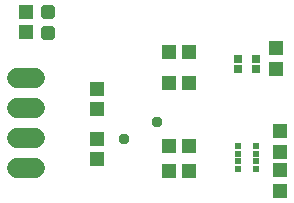
<source format=gbr>
G04 EAGLE Gerber RS-274X export*
G75*
%MOMM*%
%FSLAX34Y34*%
%LPD*%
%INSoldermask Top*%
%IPPOS*%
%AMOC8*
5,1,8,0,0,1.08239X$1,22.5*%
G01*
%ADD10R,1.283200X1.253200*%
%ADD11C,1.727200*%
%ADD12R,1.303200X1.203200*%
%ADD13R,1.203200X1.303200*%
%ADD14R,0.803200X0.653200*%
%ADD15R,0.553200X0.553200*%
%ADD16C,0.505344*%
%ADD17C,0.959600*%


D10*
X266064Y64720D03*
X266064Y82220D03*
X262492Y135382D03*
X262492Y152882D03*
X266046Y49388D03*
X266046Y31888D03*
D11*
X59022Y127300D02*
X43782Y127300D01*
X43782Y101900D02*
X59022Y101900D01*
X59022Y76500D02*
X43782Y76500D01*
X43782Y51100D02*
X59022Y51100D01*
D12*
X111268Y75430D03*
X111268Y58430D03*
X111214Y101094D03*
X111214Y118094D03*
D13*
X189094Y48206D03*
X172094Y48206D03*
X189094Y69648D03*
X172094Y69648D03*
X172094Y149084D03*
X189094Y149084D03*
X172094Y123084D03*
X189094Y123084D03*
D14*
X230846Y143238D03*
X245846Y143238D03*
X230846Y135238D03*
X245846Y135238D03*
D15*
X231096Y50288D03*
X231096Y56788D03*
X231096Y63288D03*
X231096Y69788D03*
X245596Y69788D03*
X245596Y63288D03*
X245596Y56788D03*
X245596Y50288D03*
D12*
X51562Y166252D03*
X51562Y183252D03*
D16*
X66360Y169218D02*
X73340Y169218D01*
X73340Y162238D01*
X66360Y162238D01*
X66360Y169218D01*
X66360Y167038D02*
X73340Y167038D01*
X73340Y186758D02*
X66360Y186758D01*
X73340Y186758D02*
X73340Y179778D01*
X66360Y179778D01*
X66360Y186758D01*
X66360Y184578D02*
X73340Y184578D01*
D17*
X162306Y89916D03*
X134366Y75438D03*
M02*

</source>
